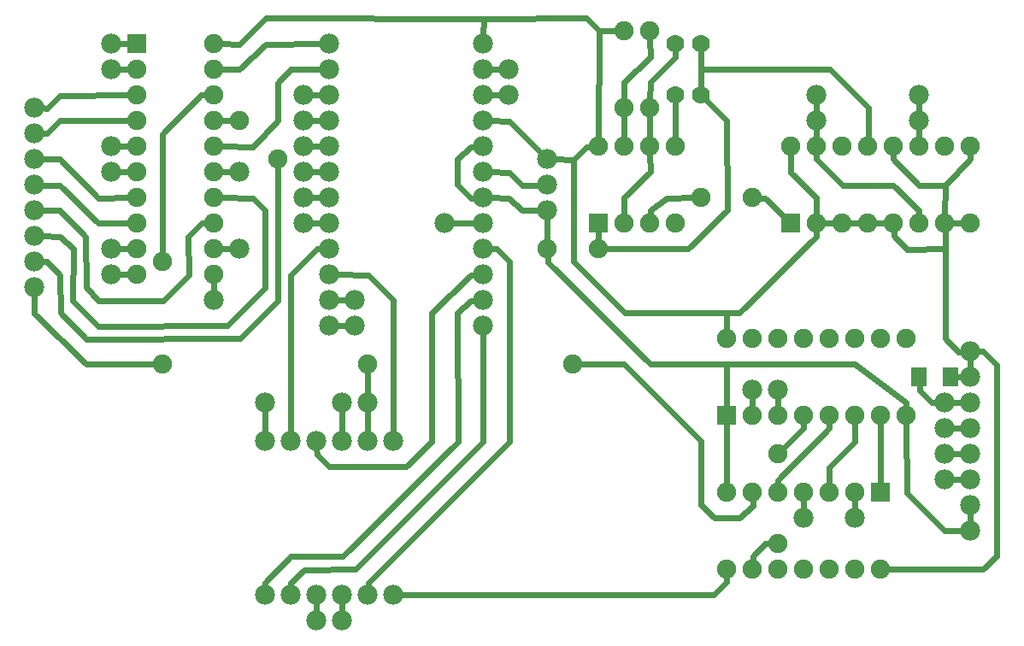
<source format=gbl>
G04 MADE WITH FRITZING*
G04 WWW.FRITZING.ORG*
G04 SINGLE SIDED*
G04 HOLES NOT PLATED*
G04 CONTOUR ON CENTER OF CONTOUR VECTOR*
%ASAXBY*%
%FSLAX23Y23*%
%MOIN*%
%OFA0B0*%
%SFA1.0B1.0*%
%ADD10C,0.075000*%
%ADD11C,0.078000*%
%ADD12C,0.070000*%
%ADD13R,0.075000X0.075000*%
%ADD14R,0.062992X0.074803*%
%ADD15C,0.024000*%
%LNCOPPER0*%
G90*
G70*
G54D10*
X3072Y556D03*
X3072Y906D03*
G54D11*
X1072Y356D03*
X1172Y356D03*
X1272Y356D03*
X1372Y356D03*
X1472Y356D03*
X1572Y356D03*
X1072Y956D03*
X1172Y956D03*
X1272Y956D03*
X1372Y956D03*
X1472Y956D03*
X1572Y956D03*
G54D10*
X2772Y1906D03*
X2972Y1906D03*
G54D11*
X1372Y1106D03*
X1472Y1106D03*
X1272Y256D03*
X1372Y256D03*
G54D10*
X672Y1256D03*
X672Y1656D03*
G54D11*
X1922Y2506D03*
X1922Y2406D03*
X1922Y2306D03*
X1922Y2206D03*
X1922Y2106D03*
X1922Y2006D03*
X1922Y1906D03*
X1922Y1806D03*
X1922Y1706D03*
X1922Y1606D03*
X1922Y1506D03*
X1922Y1406D03*
X1422Y1406D03*
X1422Y1506D03*
X1072Y1106D03*
X3372Y656D03*
X3172Y656D03*
X972Y2006D03*
X972Y1706D03*
X872Y1506D03*
X472Y1706D03*
X472Y1606D03*
X472Y2106D03*
X472Y2006D03*
X472Y2506D03*
X472Y2406D03*
X1222Y2306D03*
X1222Y2206D03*
X1222Y2106D03*
X1222Y2006D03*
X1222Y1906D03*
X1222Y1806D03*
X2022Y2306D03*
X2022Y2406D03*
X3722Y1106D03*
X3722Y1006D03*
X3722Y906D03*
X3722Y806D03*
X3622Y2206D03*
X3622Y2306D03*
X3222Y2206D03*
X3222Y2306D03*
X2972Y1156D03*
X3072Y1156D03*
X2172Y2056D03*
X2172Y1956D03*
X2172Y1856D03*
G54D10*
X2172Y1706D03*
X2372Y1706D03*
G54D11*
X1322Y2506D03*
X1322Y2406D03*
X1322Y2306D03*
X1322Y2206D03*
X1322Y2106D03*
X1322Y2006D03*
X1322Y1906D03*
X1322Y1806D03*
X1322Y1706D03*
X1322Y1606D03*
X1322Y1506D03*
X1322Y1406D03*
G54D10*
X2872Y1056D03*
X2872Y1356D03*
X2972Y1056D03*
X2972Y1356D03*
X3072Y1056D03*
X3072Y1356D03*
X3172Y1056D03*
X3172Y1356D03*
X3272Y1056D03*
X3272Y1356D03*
X3372Y1056D03*
X3372Y1356D03*
X3472Y1056D03*
X3472Y1356D03*
X3572Y1056D03*
X3572Y1356D03*
X572Y2506D03*
X872Y2506D03*
X572Y2406D03*
X872Y2406D03*
X572Y2306D03*
X872Y2306D03*
X572Y2206D03*
X872Y2206D03*
X572Y2106D03*
X872Y2106D03*
X572Y2006D03*
X872Y2006D03*
X572Y1906D03*
X872Y1906D03*
X572Y1806D03*
X872Y1806D03*
X572Y1706D03*
X872Y1706D03*
X572Y1606D03*
X872Y1606D03*
X3122Y1806D03*
X3122Y2106D03*
X3222Y1806D03*
X3222Y2106D03*
X3322Y1806D03*
X3322Y2106D03*
X3422Y1806D03*
X3422Y2106D03*
X3522Y1806D03*
X3522Y2106D03*
X3622Y1806D03*
X3622Y2106D03*
X3722Y1806D03*
X3722Y2106D03*
X3822Y1806D03*
X3822Y2106D03*
X2372Y1806D03*
X2372Y2106D03*
X2472Y1806D03*
X2472Y2106D03*
X2572Y1806D03*
X2572Y2106D03*
X2672Y1806D03*
X2672Y2106D03*
G54D11*
X3822Y1306D03*
X3822Y1206D03*
X3822Y1106D03*
X3822Y1006D03*
X3822Y906D03*
X3822Y806D03*
X3822Y706D03*
X3822Y606D03*
X172Y2256D03*
X172Y2156D03*
X172Y2056D03*
X172Y1956D03*
X172Y1856D03*
X172Y1756D03*
X172Y1656D03*
X172Y1556D03*
G54D10*
X2572Y2256D03*
X2572Y2556D03*
X2472Y2256D03*
X2472Y2556D03*
G54D12*
X2772Y2506D03*
X2672Y2506D03*
X2772Y2306D03*
X2672Y2306D03*
G54D10*
X3472Y756D03*
X3472Y456D03*
X3372Y756D03*
X3372Y456D03*
X3272Y756D03*
X3272Y456D03*
X3172Y756D03*
X3172Y456D03*
X3072Y756D03*
X3072Y456D03*
X2972Y756D03*
X2972Y456D03*
X2872Y756D03*
X2872Y456D03*
X1472Y1256D03*
X2272Y1256D03*
G54D11*
X1772Y1806D03*
G54D10*
X1122Y2056D03*
X972Y2206D03*
G54D13*
X2872Y1056D03*
X572Y2506D03*
X3122Y1806D03*
X2372Y1806D03*
X3472Y756D03*
G54D14*
X3622Y1206D03*
X3744Y1206D03*
G54D15*
X3272Y855D02*
X3372Y955D01*
D02*
X3372Y955D02*
X3372Y1027D01*
D02*
X3272Y785D02*
X3272Y855D01*
D02*
X3071Y805D02*
X3272Y1006D01*
D02*
X3272Y1006D02*
X3272Y1027D01*
D02*
X3072Y785D02*
X3071Y805D01*
D02*
X3371Y1258D02*
X2871Y1257D01*
D02*
X2871Y1257D02*
X2872Y1085D01*
D02*
X3570Y1108D02*
X3371Y1258D01*
D02*
X3571Y1084D02*
X3570Y1108D01*
D02*
X3372Y686D02*
X3372Y727D01*
D02*
X3172Y686D02*
X3172Y727D01*
D02*
X3171Y1006D02*
X3092Y926D01*
D02*
X3172Y1027D02*
X3171Y1006D01*
D02*
X3022Y556D02*
X3044Y556D01*
D02*
X2973Y507D02*
X3022Y556D01*
D02*
X2973Y485D02*
X2973Y507D01*
D02*
X1171Y1605D02*
X1172Y986D01*
D02*
X1273Y1707D02*
X1171Y1605D01*
D02*
X1292Y1707D02*
X1273Y1707D01*
D02*
X1473Y1605D02*
X1352Y1606D01*
D02*
X1572Y1506D02*
X1473Y1605D01*
D02*
X1572Y986D02*
X1572Y1506D01*
D02*
X1223Y455D02*
X1423Y458D01*
D02*
X1171Y405D02*
X1223Y455D01*
D02*
X1423Y458D02*
X1921Y955D01*
D02*
X1921Y955D02*
X1922Y1376D01*
D02*
X1171Y386D02*
X1171Y405D01*
D02*
X1072Y405D02*
X1171Y507D01*
D02*
X1873Y1505D02*
X1892Y1505D01*
D02*
X1171Y507D02*
X1374Y507D01*
D02*
X1822Y1456D02*
X1873Y1505D01*
D02*
X1823Y955D02*
X1822Y1456D01*
D02*
X1374Y507D02*
X1823Y955D01*
D02*
X1072Y386D02*
X1072Y405D01*
D02*
X1873Y1605D02*
X1892Y1605D01*
D02*
X1621Y856D02*
X1721Y954D01*
D02*
X1322Y856D02*
X1621Y856D01*
D02*
X1273Y905D02*
X1322Y856D01*
D02*
X1721Y954D02*
X1722Y1456D01*
D02*
X1722Y1456D02*
X1873Y1605D01*
D02*
X1272Y926D02*
X1273Y905D01*
D02*
X1974Y1706D02*
X1952Y1706D01*
D02*
X1473Y405D02*
X2024Y955D01*
D02*
X2024Y955D02*
X2024Y1657D01*
D02*
X2024Y1657D02*
X1974Y1706D01*
D02*
X1473Y386D02*
X1473Y405D01*
D02*
X3022Y1905D02*
X3001Y1905D01*
D02*
X3102Y1826D02*
X3022Y1905D01*
D02*
X2638Y1905D02*
X2744Y1906D01*
D02*
X1472Y986D02*
X1472Y1076D01*
D02*
X1372Y986D02*
X1372Y1076D01*
D02*
X1072Y986D02*
X1072Y1076D01*
D02*
X3871Y458D02*
X3924Y507D01*
D02*
X3871Y1306D02*
X3852Y1306D01*
D02*
X3924Y1255D02*
X3871Y1306D01*
D02*
X3924Y507D02*
X3924Y1255D01*
D02*
X3501Y456D02*
X3871Y458D01*
D02*
X2820Y356D02*
X1602Y356D01*
D02*
X2871Y406D02*
X2820Y356D01*
D02*
X2872Y427D02*
X2871Y406D01*
D02*
X3822Y636D02*
X3822Y676D01*
D02*
X3822Y1276D02*
X3822Y1236D01*
D02*
X3792Y1106D02*
X3752Y1106D01*
D02*
X3792Y1006D02*
X3752Y1006D01*
D02*
X3792Y906D02*
X3752Y906D01*
D02*
X3792Y806D02*
X3752Y806D01*
D02*
X1372Y286D02*
X1372Y326D01*
D02*
X1272Y286D02*
X1272Y326D01*
D02*
X1352Y1506D02*
X1392Y1506D01*
D02*
X373Y1257D02*
X644Y1256D01*
D02*
X172Y1455D02*
X373Y1257D01*
D02*
X172Y1526D02*
X172Y1455D01*
D02*
X822Y2307D02*
X672Y2155D01*
D02*
X672Y2155D02*
X672Y1685D01*
D02*
X844Y2307D02*
X822Y2307D01*
D02*
X222Y2255D02*
X271Y2304D01*
D02*
X271Y2304D02*
X544Y2306D01*
D02*
X202Y2256D02*
X222Y2255D01*
D02*
X271Y2206D02*
X544Y2206D01*
D02*
X222Y2157D02*
X271Y2206D01*
D02*
X202Y2157D02*
X222Y2157D01*
D02*
X421Y1905D02*
X544Y1906D01*
D02*
X271Y2056D02*
X421Y1905D01*
D02*
X202Y2056D02*
X271Y2056D01*
D02*
X421Y1807D02*
X544Y1806D01*
D02*
X271Y1954D02*
X421Y1807D01*
D02*
X202Y1955D02*
X271Y1954D01*
D02*
X771Y1755D02*
X824Y1807D01*
D02*
X824Y1807D02*
X844Y1807D01*
D02*
X372Y1755D02*
X373Y1556D01*
D02*
X271Y1856D02*
X372Y1755D01*
D02*
X673Y1505D02*
X773Y1605D01*
D02*
X422Y1505D02*
X673Y1505D01*
D02*
X373Y1556D02*
X422Y1505D01*
D02*
X773Y1605D02*
X771Y1755D01*
D02*
X202Y1856D02*
X271Y1856D01*
D02*
X1072Y1856D02*
X1023Y1905D01*
D02*
X322Y1505D02*
X422Y1405D01*
D02*
X323Y1706D02*
X322Y1505D01*
D02*
X271Y1755D02*
X323Y1706D01*
D02*
X924Y1407D02*
X1072Y1554D01*
D02*
X422Y1405D02*
X924Y1407D01*
D02*
X1072Y1554D02*
X1072Y1856D01*
D02*
X1023Y1905D02*
X901Y1906D01*
D02*
X202Y1756D02*
X271Y1755D01*
D02*
X273Y1456D02*
X373Y1355D01*
D02*
X271Y1604D02*
X273Y1456D01*
D02*
X222Y1657D02*
X271Y1604D01*
D02*
X1121Y2007D02*
X1122Y2027D01*
D02*
X1121Y1505D02*
X1121Y2007D01*
D02*
X974Y1357D02*
X1121Y1505D01*
D02*
X373Y1355D02*
X974Y1357D01*
D02*
X202Y1656D02*
X222Y1657D01*
D02*
X872Y1536D02*
X872Y1577D01*
D02*
X901Y1706D02*
X942Y1706D01*
D02*
X901Y2006D02*
X942Y2006D01*
D02*
X1122Y2355D02*
X1171Y2407D01*
D02*
X1171Y2407D02*
X1292Y2406D01*
D02*
X1122Y2207D02*
X1122Y2355D01*
D02*
X1023Y2105D02*
X1122Y2207D01*
D02*
X901Y2106D02*
X1023Y2105D01*
D02*
X1073Y2505D02*
X972Y2406D01*
D02*
X972Y2406D02*
X901Y2406D01*
D02*
X1292Y2506D02*
X1073Y2505D01*
D02*
X544Y2406D02*
X502Y2406D01*
D02*
X544Y2506D02*
X502Y2506D01*
D02*
X544Y2106D02*
X502Y2106D01*
D02*
X544Y2006D02*
X502Y2006D01*
D02*
X544Y1706D02*
X502Y1706D01*
D02*
X544Y1606D02*
X502Y1606D01*
D02*
X1252Y1806D02*
X1292Y1806D01*
D02*
X1292Y1906D02*
X1252Y1906D01*
D02*
X1292Y2006D02*
X1252Y2006D01*
D02*
X1292Y2106D02*
X1252Y2106D01*
D02*
X1292Y2206D02*
X1252Y2206D01*
D02*
X1292Y2306D02*
X1252Y2306D01*
D02*
X1392Y1406D02*
X1352Y1406D01*
D02*
X1923Y2605D02*
X1922Y2536D01*
D02*
X1073Y2606D02*
X1923Y2605D01*
D02*
X972Y2505D02*
X1073Y2606D01*
D02*
X901Y2506D02*
X972Y2505D01*
D02*
X2373Y2557D02*
X2372Y2135D01*
D02*
X2324Y2606D02*
X2373Y2557D01*
D02*
X1923Y2605D02*
X2324Y2606D01*
D02*
X2373Y2557D02*
X2444Y2556D01*
D02*
X2472Y2135D02*
X2472Y2227D01*
D02*
X2472Y2357D02*
X2573Y2455D01*
D02*
X2573Y2455D02*
X2572Y2527D01*
D02*
X2472Y2285D02*
X2472Y2357D01*
D02*
X2572Y2135D02*
X2572Y2227D01*
D02*
X2573Y2006D02*
X2572Y2077D01*
D02*
X2472Y1906D02*
X2573Y2006D01*
D02*
X2472Y1835D02*
X2472Y1906D01*
D02*
X2672Y2135D02*
X2672Y2280D01*
D02*
X2573Y2357D02*
X2671Y2455D01*
D02*
X2671Y2455D02*
X2672Y2480D01*
D02*
X2572Y2285D02*
X2573Y2357D01*
D02*
X2771Y2407D02*
X2772Y2480D01*
D02*
X2772Y2332D02*
X2771Y2407D01*
D02*
X2573Y1856D02*
X2638Y1905D01*
D02*
X2573Y1835D02*
X2573Y1856D01*
D02*
X3294Y1806D02*
X3251Y1806D01*
D02*
X3794Y1806D02*
X3751Y1806D01*
D02*
X3574Y1705D02*
X3724Y1706D01*
D02*
X3724Y1706D02*
X3723Y1777D01*
D02*
X3523Y1756D02*
X3523Y1777D01*
D02*
X3574Y1705D02*
X3523Y1756D01*
D02*
X3622Y1955D02*
X3522Y2056D01*
D02*
X3821Y2056D02*
X3723Y1955D01*
D02*
X3522Y2056D02*
X3522Y2077D01*
D02*
X3723Y1955D02*
X3622Y1955D01*
D02*
X3822Y2077D02*
X3821Y2056D01*
D02*
X3222Y2056D02*
X3222Y2077D01*
D02*
X3323Y1955D02*
X3222Y2056D01*
D02*
X3522Y1955D02*
X3323Y1955D01*
D02*
X3622Y1856D02*
X3522Y1955D01*
D02*
X3622Y1835D02*
X3622Y1856D01*
D02*
X3424Y2257D02*
X3423Y2135D01*
D02*
X3274Y2407D02*
X3424Y2257D01*
D02*
X2771Y2407D02*
X3274Y2407D01*
D02*
X2791Y2288D02*
X2872Y2208D01*
D02*
X2372Y1735D02*
X2372Y1777D01*
D02*
X2721Y1706D02*
X2401Y1706D01*
D02*
X2873Y1856D02*
X2721Y1706D01*
D02*
X2872Y2208D02*
X2873Y1856D01*
D02*
X3222Y2135D02*
X3222Y2176D01*
D02*
X3622Y2176D02*
X3622Y2135D01*
D02*
X3494Y1806D02*
X3451Y1806D01*
D02*
X3394Y1806D02*
X3351Y1806D01*
D02*
X3222Y1906D02*
X3222Y1835D01*
D02*
X3122Y2005D02*
X3222Y1906D01*
D02*
X3122Y2077D02*
X3122Y2005D01*
D02*
X2323Y2105D02*
X2273Y2055D01*
D02*
X2274Y1657D02*
X2474Y1457D01*
D02*
X2273Y2055D02*
X2274Y1657D01*
D02*
X2921Y1457D02*
X3221Y1755D01*
D02*
X3221Y1755D02*
X3222Y1777D01*
D02*
X2872Y1457D02*
X2921Y1457D01*
D02*
X2474Y1457D02*
X2872Y1457D01*
D02*
X2344Y2105D02*
X2323Y2105D01*
D02*
X3723Y1955D02*
X3722Y1835D01*
D02*
X2872Y1457D02*
X2872Y1385D01*
D02*
X3472Y785D02*
X3472Y1027D01*
D02*
X3574Y754D02*
X3572Y1027D01*
D02*
X2872Y785D02*
X2872Y1027D01*
D02*
X3072Y1085D02*
X3072Y1126D01*
D02*
X2972Y1085D02*
X2972Y1126D01*
D02*
X3792Y1306D02*
X3773Y1305D01*
D02*
X3723Y1356D02*
X3773Y1305D01*
D02*
X3724Y1706D02*
X3723Y1356D01*
D02*
X3722Y607D02*
X3792Y606D01*
D02*
X3574Y754D02*
X3722Y607D01*
D02*
X3222Y2236D02*
X3222Y2276D01*
D02*
X3622Y2236D02*
X3622Y2276D01*
D02*
X1992Y2406D02*
X1952Y2406D01*
D02*
X1992Y2306D02*
X1952Y2306D01*
D02*
X2273Y2055D02*
X2202Y2056D01*
D02*
X2073Y1955D02*
X2023Y2005D01*
D02*
X2023Y2005D02*
X1952Y2006D01*
D02*
X2142Y1955D02*
X2073Y1955D01*
D02*
X1873Y1905D02*
X1892Y1905D01*
D02*
X1822Y1956D02*
X1873Y1905D01*
D02*
X1822Y2056D02*
X1822Y1956D01*
D02*
X1873Y2105D02*
X1822Y2056D01*
D02*
X1892Y2105D02*
X1873Y2105D01*
D02*
X2073Y1856D02*
X2022Y1905D01*
D02*
X2022Y1905D02*
X1952Y1906D01*
D02*
X2142Y1856D02*
X2073Y1856D01*
D02*
X2172Y1826D02*
X2172Y1735D01*
D02*
X2023Y2205D02*
X1952Y2206D01*
D02*
X2151Y2077D02*
X2023Y2205D01*
D02*
X2573Y1257D02*
X2174Y1654D01*
D02*
X2174Y1654D02*
X2173Y1677D01*
D02*
X2871Y1257D02*
X2573Y1257D01*
D02*
X2823Y656D02*
X2921Y657D01*
D02*
X2772Y707D02*
X2823Y656D01*
D02*
X2921Y657D02*
X2973Y705D01*
D02*
X2772Y957D02*
X2772Y707D01*
D02*
X2301Y1256D02*
X2471Y1257D01*
D02*
X2973Y705D02*
X2973Y727D01*
D02*
X2471Y1257D02*
X2772Y957D01*
D02*
X1472Y1136D02*
X1472Y1227D01*
D02*
X3792Y1206D02*
X3770Y1206D01*
D02*
X3623Y1155D02*
X3623Y1174D01*
D02*
X3672Y1106D02*
X3623Y1155D01*
D02*
X3692Y1106D02*
X3672Y1106D01*
D02*
X1892Y1806D02*
X1802Y1806D01*
D02*
X901Y2206D02*
X944Y2206D01*
G04 End of Copper0*
M02*
</source>
